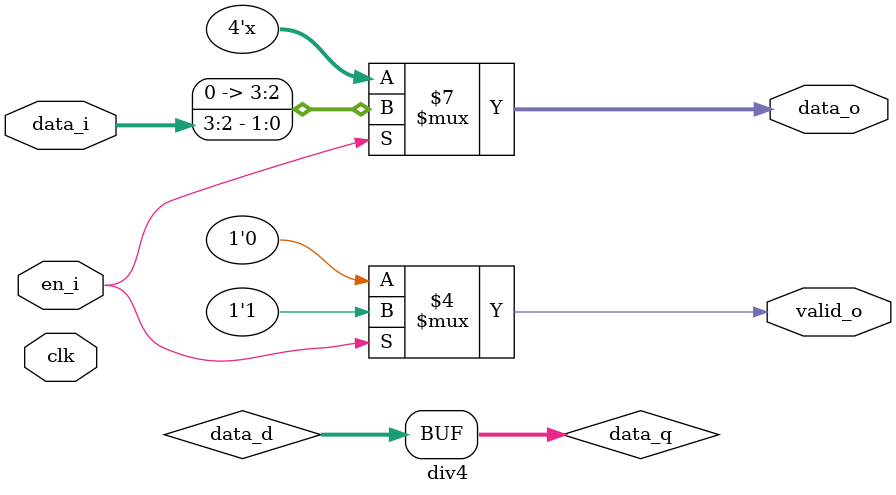
<source format=sv>
module div4 #(
parameter WIDTH = 4
) (
input logic [WIDTH-1:0] data_i,
input logic en_i,
input logic clk, 
output logic [WIDTH-1:0] data_o,
output logic valid_o
);
logic [WIDTH-1:0] data_d, data_q;
always_comb begin
data_d = data_q; 
if (en_i) begin
data_o = WIDTH'(data_i[WIDTH-1:2]);
valid_o = 1'b1;
end else begin
valid_o = 1'b0;
end
end

always_ff @(posedge clk) begin
data_q <= data_d;
end
endmodule

</source>
